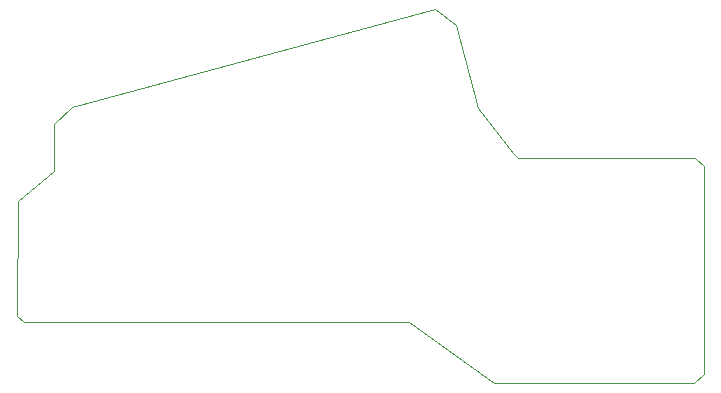
<source format=gbr>
G04 #@! TF.GenerationSoftware,KiCad,Pcbnew,(5.1.4)-1*
G04 #@! TF.CreationDate,2023-09-09T05:29:12-04:00*
G04 #@! TF.ProjectId,ThumbsUp,5468756d-6273-4557-902e-6b696361645f,rev?*
G04 #@! TF.SameCoordinates,Original*
G04 #@! TF.FileFunction,Profile,NP*
%FSLAX46Y46*%
G04 Gerber Fmt 4.6, Leading zero omitted, Abs format (unit mm)*
G04 Created by KiCad (PCBNEW (5.1.4)-1) date 2023-09-09 05:29:12*
%MOMM*%
%LPD*%
G04 APERTURE LIST*
%ADD10C,0.050000*%
G04 APERTURE END LIST*
D10*
X-106050000Y-472640000D02*
X-123020000Y-472650000D01*
X-124312559Y-449347857D02*
X-126218608Y-442282167D01*
X-105260000Y-454290000D02*
X-105260000Y-471850000D01*
X-123020000Y-472650000D02*
X-130170000Y-467490000D01*
X-121423847Y-453181308D02*
X-120960000Y-453580000D01*
X-105980000Y-453570000D02*
X-105260000Y-454290000D01*
X-120960000Y-453580000D02*
X-105980000Y-453570000D01*
X-158718556Y-449223379D02*
X-160276799Y-450724369D01*
X-105260000Y-471850000D02*
X-106050000Y-472640000D01*
X-163344712Y-466940533D02*
X-163340810Y-457208499D01*
X-124312559Y-449347857D02*
X-121423847Y-453181308D01*
X-130170000Y-467490000D02*
X-162801451Y-467495301D01*
X-163340810Y-457208499D02*
X-160288623Y-454645562D01*
X-160288623Y-454645562D02*
X-160276799Y-450724369D01*
X-127991578Y-440976189D02*
X-158718556Y-449223379D01*
X-126218608Y-442282167D02*
X-127991578Y-440976189D01*
X-163344712Y-466940533D02*
X-162801451Y-467495301D01*
M02*

</source>
